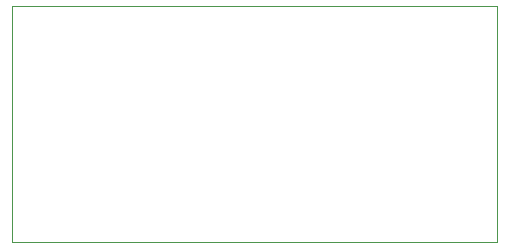
<source format=gbr>
G04 #@! TF.GenerationSoftware,KiCad,Pcbnew,(5.1.6)-1*
G04 #@! TF.CreationDate,2020-08-03T23:14:59+02:00*
G04 #@! TF.ProjectId,Programmer,50726f67-7261-46d6-9d65-722e6b696361,rev?*
G04 #@! TF.SameCoordinates,Original*
G04 #@! TF.FileFunction,Profile,NP*
%FSLAX46Y46*%
G04 Gerber Fmt 4.6, Leading zero omitted, Abs format (unit mm)*
G04 Created by KiCad (PCBNEW (5.1.6)-1) date 2020-08-03 23:14:59*
%MOMM*%
%LPD*%
G01*
G04 APERTURE LIST*
G04 #@! TA.AperFunction,Profile*
%ADD10C,0.050000*%
G04 #@! TD*
G04 APERTURE END LIST*
D10*
X105000000Y-87000000D02*
X111000000Y-87000000D01*
X105000000Y-67000000D02*
X105000000Y-87000000D01*
X111000000Y-67000000D02*
X105000000Y-67000000D01*
X146000000Y-87000000D02*
X111000000Y-87000000D01*
X146000000Y-67000000D02*
X146000000Y-87000000D01*
X111000000Y-67000000D02*
X146000000Y-67000000D01*
M02*

</source>
